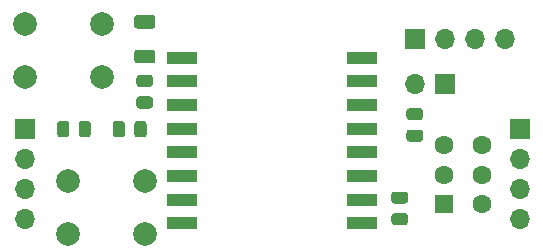
<source format=gts>
%TF.GenerationSoftware,KiCad,Pcbnew,(5.1.9)-1*%
%TF.CreationDate,2021-03-15T19:39:59+08:00*%
%TF.ProjectId,Kernel,4b65726e-656c-42e6-9b69-6361645f7063,rev?*%
%TF.SameCoordinates,Original*%
%TF.FileFunction,Soldermask,Top*%
%TF.FilePolarity,Negative*%
%FSLAX46Y46*%
G04 Gerber Fmt 4.6, Leading zero omitted, Abs format (unit mm)*
G04 Created by KiCad (PCBNEW (5.1.9)-1) date 2021-03-15 19:39:59*
%MOMM*%
%LPD*%
G01*
G04 APERTURE LIST*
%ADD10O,1.700000X1.700000*%
%ADD11R,1.700000X1.700000*%
%ADD12C,2.000000*%
%ADD13C,1.600000*%
%ADD14R,1.600000X1.600000*%
%ADD15R,2.500000X1.000000*%
G04 APERTURE END LIST*
D10*
%TO.C,J4*%
X109220000Y-41910000D03*
D11*
X111760000Y-41910000D03*
%TD*%
D12*
%TO.C,SW3*%
X79860000Y-54610000D03*
X79860000Y-50110000D03*
X86360000Y-54610000D03*
X86360000Y-50110000D03*
%TD*%
%TO.C,SW2*%
X82700000Y-36830000D03*
X82700000Y-41330000D03*
X76200000Y-36830000D03*
X76200000Y-41330000D03*
%TD*%
D10*
%TO.C,J1*%
X116840000Y-38100000D03*
X114300000Y-38100000D03*
X111760000Y-38100000D03*
D11*
X109220000Y-38100000D03*
%TD*%
%TO.C,R5*%
G36*
G01*
X79967500Y-45269999D02*
X79967500Y-46170001D01*
G75*
G02*
X79717501Y-46420000I-249999J0D01*
G01*
X79192499Y-46420000D01*
G75*
G02*
X78942500Y-46170001I0J249999D01*
G01*
X78942500Y-45269999D01*
G75*
G02*
X79192499Y-45020000I249999J0D01*
G01*
X79717501Y-45020000D01*
G75*
G02*
X79967500Y-45269999I0J-249999D01*
G01*
G37*
G36*
G01*
X81792500Y-45269999D02*
X81792500Y-46170001D01*
G75*
G02*
X81542501Y-46420000I-249999J0D01*
G01*
X81017499Y-46420000D01*
G75*
G02*
X80767500Y-46170001I0J249999D01*
G01*
X80767500Y-45269999D01*
G75*
G02*
X81017499Y-45020000I249999J0D01*
G01*
X81542501Y-45020000D01*
G75*
G02*
X81792500Y-45269999I0J-249999D01*
G01*
G37*
%TD*%
D10*
%TO.C,J3*%
X118110000Y-53340000D03*
X118110000Y-50800000D03*
X118110000Y-48260000D03*
D11*
X118110000Y-45720000D03*
%TD*%
D10*
%TO.C,J2*%
X76200000Y-53340000D03*
X76200000Y-50800000D03*
X76200000Y-48260000D03*
D11*
X76200000Y-45720000D03*
%TD*%
D13*
%TO.C,SW1*%
X114935000Y-47070000D03*
X114935000Y-49570000D03*
X114935000Y-52070000D03*
X111735000Y-47070000D03*
X111735000Y-49570000D03*
D14*
X111735000Y-52070000D03*
%TD*%
%TO.C,R4*%
G36*
G01*
X85909999Y-42945000D02*
X86810001Y-42945000D01*
G75*
G02*
X87060000Y-43194999I0J-249999D01*
G01*
X87060000Y-43720001D01*
G75*
G02*
X86810001Y-43970000I-249999J0D01*
G01*
X85909999Y-43970000D01*
G75*
G02*
X85660000Y-43720001I0J249999D01*
G01*
X85660000Y-43194999D01*
G75*
G02*
X85909999Y-42945000I249999J0D01*
G01*
G37*
G36*
G01*
X85909999Y-41120000D02*
X86810001Y-41120000D01*
G75*
G02*
X87060000Y-41369999I0J-249999D01*
G01*
X87060000Y-41895001D01*
G75*
G02*
X86810001Y-42145000I-249999J0D01*
G01*
X85909999Y-42145000D01*
G75*
G02*
X85660000Y-41895001I0J249999D01*
G01*
X85660000Y-41369999D01*
G75*
G02*
X85909999Y-41120000I249999J0D01*
G01*
G37*
%TD*%
%TO.C,R3*%
G36*
G01*
X85490000Y-46170001D02*
X85490000Y-45269999D01*
G75*
G02*
X85739999Y-45020000I249999J0D01*
G01*
X86265001Y-45020000D01*
G75*
G02*
X86515000Y-45269999I0J-249999D01*
G01*
X86515000Y-46170001D01*
G75*
G02*
X86265001Y-46420000I-249999J0D01*
G01*
X85739999Y-46420000D01*
G75*
G02*
X85490000Y-46170001I0J249999D01*
G01*
G37*
G36*
G01*
X83665000Y-46170001D02*
X83665000Y-45269999D01*
G75*
G02*
X83914999Y-45020000I249999J0D01*
G01*
X84440001Y-45020000D01*
G75*
G02*
X84690000Y-45269999I0J-249999D01*
G01*
X84690000Y-46170001D01*
G75*
G02*
X84440001Y-46420000I-249999J0D01*
G01*
X83914999Y-46420000D01*
G75*
G02*
X83665000Y-46170001I0J249999D01*
G01*
G37*
%TD*%
%TO.C,R2*%
G36*
G01*
X108400001Y-52027500D02*
X107499999Y-52027500D01*
G75*
G02*
X107250000Y-51777501I0J249999D01*
G01*
X107250000Y-51252499D01*
G75*
G02*
X107499999Y-51002500I249999J0D01*
G01*
X108400001Y-51002500D01*
G75*
G02*
X108650000Y-51252499I0J-249999D01*
G01*
X108650000Y-51777501D01*
G75*
G02*
X108400001Y-52027500I-249999J0D01*
G01*
G37*
G36*
G01*
X108400001Y-53852500D02*
X107499999Y-53852500D01*
G75*
G02*
X107250000Y-53602501I0J249999D01*
G01*
X107250000Y-53077499D01*
G75*
G02*
X107499999Y-52827500I249999J0D01*
G01*
X108400001Y-52827500D01*
G75*
G02*
X108650000Y-53077499I0J-249999D01*
G01*
X108650000Y-53602501D01*
G75*
G02*
X108400001Y-53852500I-249999J0D01*
G01*
G37*
%TD*%
%TO.C,R1*%
G36*
G01*
X108769999Y-45762500D02*
X109670001Y-45762500D01*
G75*
G02*
X109920000Y-46012499I0J-249999D01*
G01*
X109920000Y-46537501D01*
G75*
G02*
X109670001Y-46787500I-249999J0D01*
G01*
X108769999Y-46787500D01*
G75*
G02*
X108520000Y-46537501I0J249999D01*
G01*
X108520000Y-46012499D01*
G75*
G02*
X108769999Y-45762500I249999J0D01*
G01*
G37*
G36*
G01*
X108769999Y-43937500D02*
X109670001Y-43937500D01*
G75*
G02*
X109920000Y-44187499I0J-249999D01*
G01*
X109920000Y-44712501D01*
G75*
G02*
X109670001Y-44962500I-249999J0D01*
G01*
X108769999Y-44962500D01*
G75*
G02*
X108520000Y-44712501I0J249999D01*
G01*
X108520000Y-44187499D01*
G75*
G02*
X108769999Y-43937500I249999J0D01*
G01*
G37*
%TD*%
%TO.C,C1*%
G36*
G01*
X87010001Y-37200000D02*
X85709999Y-37200000D01*
G75*
G02*
X85460000Y-36950001I0J249999D01*
G01*
X85460000Y-36299999D01*
G75*
G02*
X85709999Y-36050000I249999J0D01*
G01*
X87010001Y-36050000D01*
G75*
G02*
X87260000Y-36299999I0J-249999D01*
G01*
X87260000Y-36950001D01*
G75*
G02*
X87010001Y-37200000I-249999J0D01*
G01*
G37*
G36*
G01*
X87010001Y-40150000D02*
X85709999Y-40150000D01*
G75*
G02*
X85460000Y-39900001I0J249999D01*
G01*
X85460000Y-39249999D01*
G75*
G02*
X85709999Y-39000000I249999J0D01*
G01*
X87010001Y-39000000D01*
G75*
G02*
X87260000Y-39249999I0J-249999D01*
G01*
X87260000Y-39900001D01*
G75*
G02*
X87010001Y-40150000I-249999J0D01*
G01*
G37*
%TD*%
D15*
%TO.C,U1*%
X89555000Y-39680000D03*
X89555000Y-41680000D03*
X89555000Y-43680000D03*
X89555000Y-45680000D03*
X89555000Y-47680000D03*
X89555000Y-49680000D03*
X89555000Y-51680000D03*
X89555000Y-53680000D03*
X104755000Y-53680000D03*
X104755000Y-51680000D03*
X104755000Y-49680000D03*
X104755000Y-47680000D03*
X104755000Y-45680000D03*
X104755000Y-43680000D03*
X104755000Y-41680000D03*
X104755000Y-39680000D03*
%TD*%
M02*

</source>
